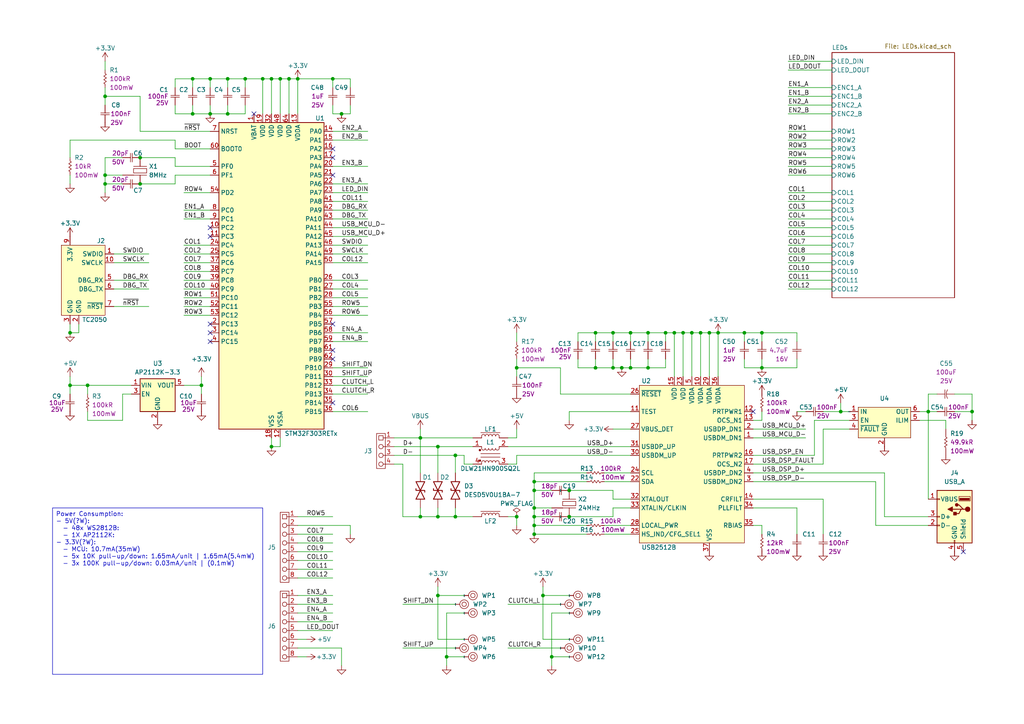
<source format=kicad_sch>
(kicad_sch (version 20230121) (generator eeschema)
  (paper "A4")
  (junction (at 127 149.86))
  (junction (at 154.94 149.86))
  (junction (at 78.74 22.86))
  (junction (at 154.94 139.7))
  (junction (at 66.04 22.86))
  (junction (at 149.86 106.68))
  (junction (at 40.64 53.34))
  (junction (at 127 129.54))
  (junction (at 195.58 96.52))
  (junction (at 220.98 106.68))
  (junction (at 78.74 129.54))
  (junction (at 20.32 111.76))
  (junction (at 187.96 106.68))
  (junction (at 129.54 190.5))
  (junction (at 30.48 27.94))
  (junction (at 66.04 33.02))
  (junction (at 157.48 172.72))
  (junction (at 40.64 45.72))
  (junction (at 182.88 96.52))
  (junction (at 60.96 33.02))
  (junction (at 281.94 119.38))
  (junction (at 154.94 142.24))
  (junction (at 96.52 22.86))
  (junction (at 83.82 22.86))
  (junction (at 86.36 22.86))
  (junction (at 154.94 152.4))
  (junction (at 193.04 96.52))
  (junction (at 20.32 96.52))
  (junction (at 215.9 96.52))
  (junction (at 177.8 106.68))
  (junction (at 76.2 22.86))
  (junction (at 58.42 111.76))
  (junction (at 132.08 132.08))
  (junction (at 55.88 22.86))
  (junction (at 220.98 96.52))
  (junction (at 121.92 149.86))
  (junction (at 71.12 22.86))
  (junction (at 121.92 127))
  (junction (at 55.88 33.02))
  (junction (at 160.02 190.5))
  (junction (at 81.28 22.86))
  (junction (at 198.12 96.52))
  (junction (at 203.2 96.52))
  (junction (at 99.06 33.02))
  (junction (at 200.66 96.52))
  (junction (at 154.94 154.94))
  (junction (at 30.48 50.8))
  (junction (at 60.96 22.86))
  (junction (at 25.4 111.76))
  (junction (at 172.72 106.68))
  (junction (at 205.74 96.52))
  (junction (at 182.88 106.68))
  (junction (at 132.08 149.86))
  (junction (at 187.96 96.52))
  (junction (at 154.94 147.32))
  (junction (at 243.84 119.38))
  (junction (at 127 172.72))
  (junction (at 208.28 96.52))
  (junction (at 30.48 53.34))
  (junction (at 177.8 96.52))
  (junction (at 172.72 96.52))
  (junction (at 165.1 142.24))
  (junction (at 269.24 119.38))
  (junction (at 149.86 149.86))
  (junction (at 180.34 106.68))
  (junction (at 165.1 149.86))
  (no_connect (at 96.52 116.84))
  (no_connect (at 96.52 43.18))
  (no_connect (at 96.52 104.14))
  (no_connect (at 279.4 160.02))
  (no_connect (at 96.52 93.98))
  (no_connect (at 60.96 66.04))
  (no_connect (at 60.96 99.06))
  (no_connect (at 96.52 50.8))
  (no_connect (at 218.44 119.38))
  (no_connect (at 60.96 93.98))
  (no_connect (at 60.96 96.52))
  (no_connect (at 73.66 33.02))
  (no_connect (at 60.96 68.58))
  (no_connect (at 96.52 101.6))
  (no_connect (at 96.52 45.72))
  (wire (pts (xy 38.1 111.76) (xy 25.4 111.76)))
  (wire (pts (xy 134.62 134.62) (xy 134.62 132.08)))
  (wire (pts (xy 96.52 88.9) (xy 106.68 88.9)))
  (wire (pts (xy 121.92 127) (xy 137.16 127)))
  (wire (pts (xy 218.44 134.62) (xy 238.76 134.62)))
  (wire (pts (xy 205.74 96.52) (xy 203.2 96.52)))
  (wire (pts (xy 53.34 83.82) (xy 60.96 83.82)))
  (wire (pts (xy 53.34 73.66) (xy 60.96 73.66)))
  (wire (pts (xy 208.28 96.52) (xy 205.74 96.52)))
  (wire (pts (xy 228.6 78.74) (xy 241.3 78.74)))
  (wire (pts (xy 147.32 134.62) (xy 149.86 134.62)))
  (wire (pts (xy 60.96 43.18) (xy 50.8 43.18)))
  (wire (pts (xy 149.86 127) (xy 149.86 124.46)))
  (wire (pts (xy 218.44 121.92) (xy 220.98 121.92)))
  (wire (pts (xy 96.52 40.64) (xy 106.68 40.64)))
  (wire (pts (xy 215.9 104.14) (xy 215.9 106.68)))
  (wire (pts (xy 30.48 55.88) (xy 30.48 53.34)))
  (wire (pts (xy 121.92 124.46) (xy 121.92 127)))
  (wire (pts (xy 86.36 177.8) (xy 96.52 177.8)))
  (wire (pts (xy 114.3 127) (xy 121.92 127)))
  (wire (pts (xy 96.52 66.04) (xy 106.68 66.04)))
  (wire (pts (xy 154.94 147.32) (xy 160.02 147.32)))
  (wire (pts (xy 165.1 142.24) (xy 177.8 142.24)))
  (wire (pts (xy 86.36 162.56) (xy 96.52 162.56)))
  (wire (pts (xy 60.96 48.26) (xy 50.8 48.26)))
  (wire (pts (xy 101.6 33.02) (xy 101.6 30.48)))
  (wire (pts (xy 243.84 119.38) (xy 243.84 116.84)))
  (wire (pts (xy 86.36 167.64) (xy 96.52 167.64)))
  (wire (pts (xy 86.36 22.86) (xy 83.82 22.86)))
  (wire (pts (xy 177.8 96.52) (xy 172.72 96.52)))
  (wire (pts (xy 134.62 185.42) (xy 127 185.42)))
  (wire (pts (xy 182.88 114.3) (xy 162.56 114.3)))
  (wire (pts (xy 167.64 106.68) (xy 172.72 106.68)))
  (wire (pts (xy 157.48 170.18) (xy 157.48 172.72)))
  (wire (pts (xy 86.36 175.26) (xy 96.52 175.26)))
  (wire (pts (xy 132.08 149.86) (xy 137.16 149.86)))
  (wire (pts (xy 96.52 81.28) (xy 106.68 81.28)))
  (wire (pts (xy 129.54 190.5) (xy 134.62 190.5)))
  (wire (pts (xy 116.84 149.86) (xy 121.92 149.86)))
  (wire (pts (xy 198.12 96.52) (xy 195.58 96.52)))
  (wire (pts (xy 96.52 119.38) (xy 106.68 119.38)))
  (wire (pts (xy 281.94 114.3) (xy 281.94 119.38)))
  (wire (pts (xy 53.34 71.12) (xy 60.96 71.12)))
  (wire (pts (xy 187.96 96.52) (xy 182.88 96.52)))
  (wire (pts (xy 220.98 121.92) (xy 220.98 119.38)))
  (wire (pts (xy 160.02 190.5) (xy 160.02 193.04)))
  (wire (pts (xy 96.52 91.44) (xy 106.68 91.44)))
  (wire (pts (xy 218.44 132.08) (xy 236.22 132.08)))
  (wire (pts (xy 187.96 106.68) (xy 193.04 106.68)))
  (wire (pts (xy 228.6 58.42) (xy 241.3 58.42)))
  (wire (pts (xy 121.92 147.32) (xy 121.92 149.86)))
  (wire (pts (xy 269.24 152.4) (xy 254 152.4)))
  (wire (pts (xy 53.34 60.96) (xy 60.96 60.96)))
  (wire (pts (xy 96.52 86.36) (xy 106.68 86.36)))
  (wire (pts (xy 86.36 187.96) (xy 99.06 187.96)))
  (wire (pts (xy 22.86 93.98) (xy 22.86 96.52)))
  (wire (pts (xy 228.6 83.82) (xy 241.3 83.82)))
  (wire (pts (xy 170.18 139.7) (xy 154.94 139.7)))
  (wire (pts (xy 137.16 134.62) (xy 134.62 134.62)))
  (wire (pts (xy 71.12 30.48) (xy 71.12 33.02)))
  (wire (pts (xy 147.32 187.96) (xy 162.56 187.96)))
  (wire (pts (xy 86.36 190.5) (xy 88.9 190.5)))
  (wire (pts (xy 55.88 22.86) (xy 55.88 25.4)))
  (wire (pts (xy 86.36 185.42) (xy 88.9 185.42)))
  (wire (pts (xy 96.52 38.1) (xy 106.68 38.1)))
  (wire (pts (xy 231.14 147.32) (xy 218.44 147.32)))
  (wire (pts (xy 30.48 17.78) (xy 30.48 20.32)))
  (wire (pts (xy 228.6 25.4) (xy 241.3 25.4)))
  (wire (pts (xy 157.48 172.72) (xy 165.1 172.72)))
  (wire (pts (xy 215.9 96.52) (xy 208.28 96.52)))
  (wire (pts (xy 147.32 175.26) (xy 162.56 175.26)))
  (wire (pts (xy 238.76 119.38) (xy 243.84 119.38)))
  (wire (pts (xy 60.96 33.02) (xy 66.04 33.02)))
  (wire (pts (xy 33.02 88.9) (xy 43.18 88.9)))
  (wire (pts (xy 228.6 43.18) (xy 241.3 43.18)))
  (wire (pts (xy 165.1 121.92) (xy 165.1 119.38)))
  (wire (pts (xy 154.94 149.86) (xy 154.94 147.32)))
  (wire (pts (xy 220.98 152.4) (xy 220.98 154.94)))
  (wire (pts (xy 96.52 114.3) (xy 106.68 114.3)))
  (wire (pts (xy 20.32 93.98) (xy 20.32 96.52)))
  (wire (pts (xy 160.02 177.8) (xy 160.02 190.5)))
  (wire (pts (xy 175.26 139.7) (xy 182.88 139.7)))
  (wire (pts (xy 254 152.4) (xy 254 139.7)))
  (wire (pts (xy 149.86 149.86) (xy 149.86 152.4)))
  (wire (pts (xy 81.28 127) (xy 81.28 129.54)))
  (wire (pts (xy 96.52 53.34) (xy 106.68 53.34)))
  (wire (pts (xy 236.22 132.08) (xy 236.22 121.92)))
  (wire (pts (xy 157.48 172.72) (xy 157.48 185.42)))
  (wire (pts (xy 228.6 63.5) (xy 241.3 63.5)))
  (wire (pts (xy 127 147.32) (xy 127 149.86)))
  (wire (pts (xy 274.32 121.92) (xy 266.7 121.92)))
  (wire (pts (xy 55.88 22.86) (xy 50.8 22.86)))
  (wire (pts (xy 154.94 149.86) (xy 160.02 149.86)))
  (wire (pts (xy 175.26 154.94) (xy 182.88 154.94)))
  (wire (pts (xy 86.36 154.94) (xy 96.52 154.94)))
  (wire (pts (xy 147.32 127) (xy 149.86 127)))
  (wire (pts (xy 30.48 45.72) (xy 35.56 45.72)))
  (wire (pts (xy 228.6 33.02) (xy 241.3 33.02)))
  (wire (pts (xy 218.44 137.16) (xy 256.54 137.16)))
  (wire (pts (xy 228.6 71.12) (xy 241.3 71.12)))
  (wire (pts (xy 256.54 149.86) (xy 269.24 149.86)))
  (wire (pts (xy 22.86 96.52) (xy 20.32 96.52)))
  (wire (pts (xy 129.54 190.5) (xy 129.54 193.04)))
  (wire (pts (xy 86.36 157.48) (xy 96.52 157.48)))
  (wire (pts (xy 238.76 134.62) (xy 238.76 124.46)))
  (wire (pts (xy 177.8 147.32) (xy 177.8 149.86)))
  (wire (pts (xy 215.9 106.68) (xy 220.98 106.68)))
  (wire (pts (xy 20.32 109.22) (xy 20.32 111.76)))
  (wire (pts (xy 66.04 30.48) (xy 66.04 33.02)))
  (wire (pts (xy 78.74 129.54) (xy 81.28 129.54)))
  (wire (pts (xy 121.92 149.86) (xy 127 149.86)))
  (wire (pts (xy 76.2 22.86) (xy 76.2 33.02)))
  (wire (pts (xy 162.56 114.3) (xy 162.56 106.68)))
  (wire (pts (xy 127 172.72) (xy 127 185.42)))
  (wire (pts (xy 238.76 124.46) (xy 246.38 124.46)))
  (wire (pts (xy 228.6 45.72) (xy 241.3 45.72)))
  (wire (pts (xy 66.04 22.86) (xy 60.96 22.86)))
  (wire (pts (xy 149.86 106.68) (xy 149.86 109.22)))
  (wire (pts (xy 60.96 22.86) (xy 55.88 22.86)))
  (wire (pts (xy 96.52 33.02) (xy 99.06 33.02)))
  (wire (pts (xy 149.86 104.14) (xy 149.86 106.68)))
  (wire (pts (xy 86.36 172.72) (xy 96.52 172.72)))
  (wire (pts (xy 182.88 144.78) (xy 177.8 144.78)))
  (wire (pts (xy 165.1 149.86) (xy 177.8 149.86)))
  (wire (pts (xy 200.66 96.52) (xy 198.12 96.52)))
  (wire (pts (xy 78.74 127) (xy 78.74 129.54)))
  (wire (pts (xy 53.34 91.44) (xy 60.96 91.44)))
  (wire (pts (xy 157.48 185.42) (xy 165.1 185.42)))
  (wire (pts (xy 203.2 96.52) (xy 203.2 109.22)))
  (wire (pts (xy 154.94 147.32) (xy 154.94 142.24)))
  (wire (pts (xy 96.52 71.12) (xy 106.68 71.12)))
  (wire (pts (xy 53.34 111.76) (xy 58.42 111.76)))
  (wire (pts (xy 177.8 104.14) (xy 177.8 106.68)))
  (wire (pts (xy 228.6 27.94) (xy 241.3 27.94)))
  (wire (pts (xy 96.52 63.5) (xy 106.68 63.5)))
  (wire (pts (xy 66.04 22.86) (xy 66.04 25.4)))
  (wire (pts (xy 218.44 139.7) (xy 254 139.7)))
  (wire (pts (xy 228.6 76.2) (xy 241.3 76.2)))
  (wire (pts (xy 81.28 22.86) (xy 78.74 22.86)))
  (wire (pts (xy 228.6 38.1) (xy 241.3 38.1)))
  (wire (pts (xy 96.52 99.06) (xy 106.68 99.06)))
  (wire (pts (xy 243.84 119.38) (xy 246.38 119.38)))
  (wire (pts (xy 236.22 121.92) (xy 246.38 121.92)))
  (wire (pts (xy 78.74 22.86) (xy 76.2 22.86)))
  (wire (pts (xy 86.36 180.34) (xy 96.52 180.34)))
  (wire (pts (xy 30.48 53.34) (xy 35.56 53.34)))
  (wire (pts (xy 167.64 96.52) (xy 167.64 99.06)))
  (wire (pts (xy 33.02 81.28) (xy 43.18 81.28)))
  (wire (pts (xy 154.94 152.4) (xy 154.94 149.86)))
  (wire (pts (xy 172.72 104.14) (xy 172.72 106.68)))
  (wire (pts (xy 228.6 50.8) (xy 241.3 50.8)))
  (wire (pts (xy 160.02 190.5) (xy 165.1 190.5)))
  (wire (pts (xy 99.06 187.96) (xy 99.06 193.04)))
  (wire (pts (xy 154.94 142.24) (xy 160.02 142.24)))
  (wire (pts (xy 231.14 119.38) (xy 233.68 119.38)))
  (wire (pts (xy 182.88 96.52) (xy 182.88 99.06)))
  (wire (pts (xy 220.98 106.68) (xy 220.98 104.14)))
  (wire (pts (xy 60.96 50.8) (xy 50.8 50.8)))
  (wire (pts (xy 269.24 119.38) (xy 271.78 119.38)))
  (wire (pts (xy 127 129.54) (xy 127 137.16)))
  (wire (pts (xy 35.56 121.92) (xy 25.4 121.92)))
  (wire (pts (xy 35.56 114.3) (xy 35.56 121.92)))
  (wire (pts (xy 274.32 121.92) (xy 274.32 124.46)))
  (wire (pts (xy 101.6 154.94) (xy 101.6 152.4)))
  (wire (pts (xy 53.34 63.5) (xy 60.96 63.5)))
  (wire (pts (xy 101.6 25.4) (xy 101.6 22.86)))
  (wire (pts (xy 114.3 129.54) (xy 127 129.54)))
  (wire (pts (xy 30.48 50.8) (xy 30.48 45.72)))
  (wire (pts (xy 25.4 111.76) (xy 25.4 114.3)))
  (wire (pts (xy 182.88 106.68) (xy 187.96 106.68)))
  (wire (pts (xy 149.86 132.08) (xy 182.88 132.08)))
  (wire (pts (xy 96.52 83.82) (xy 106.68 83.82)))
  (wire (pts (xy 96.52 73.66) (xy 106.68 73.66)))
  (wire (pts (xy 50.8 40.64) (xy 20.32 40.64)))
  (wire (pts (xy 182.88 147.32) (xy 177.8 147.32)))
  (wire (pts (xy 33.02 73.66) (xy 43.18 73.66)))
  (wire (pts (xy 96.52 96.52) (xy 106.68 96.52)))
  (wire (pts (xy 281.94 119.38) (xy 276.86 119.38)))
  (wire (pts (xy 193.04 104.14) (xy 193.04 106.68)))
  (wire (pts (xy 71.12 22.86) (xy 71.12 25.4)))
  (wire (pts (xy 81.28 22.86) (xy 81.28 33.02)))
  (wire (pts (xy 205.74 96.52) (xy 205.74 109.22)))
  (wire (pts (xy 60.96 30.48) (xy 60.96 33.02)))
  (wire (pts (xy 96.52 76.2) (xy 106.68 76.2)))
  (wire (pts (xy 132.08 132.08) (xy 132.08 137.16)))
  (wire (pts (xy 121.92 127) (xy 121.92 137.16)))
  (wire (pts (xy 96.52 25.4) (xy 96.52 22.86)))
  (wire (pts (xy 127 149.86) (xy 132.08 149.86)))
  (wire (pts (xy 76.2 22.86) (xy 71.12 22.86)))
  (wire (pts (xy 154.94 139.7) (xy 154.94 142.24)))
  (wire (pts (xy 127 129.54) (xy 137.16 129.54)))
  (wire (pts (xy 53.34 88.9) (xy 60.96 88.9)))
  (wire (pts (xy 276.86 114.3) (xy 281.94 114.3)))
  (wire (pts (xy 96.52 106.68) (xy 106.68 106.68)))
  (wire (pts (xy 50.8 22.86) (xy 50.8 25.4)))
  (wire (pts (xy 177.8 124.46) (xy 182.88 124.46)))
  (wire (pts (xy 228.6 60.96) (xy 241.3 60.96)))
  (wire (pts (xy 220.98 99.06) (xy 220.98 96.52)))
  (wire (pts (xy 30.48 25.4) (xy 30.48 27.94)))
  (wire (pts (xy 53.34 86.36) (xy 60.96 86.36)))
  (wire (pts (xy 96.52 109.22) (xy 106.68 109.22)))
  (wire (pts (xy 99.06 33.02) (xy 101.6 33.02)))
  (wire (pts (xy 195.58 96.52) (xy 193.04 96.52)))
  (wire (pts (xy 86.36 33.02) (xy 86.36 22.86)))
  (wire (pts (xy 187.96 104.14) (xy 187.96 106.68)))
  (wire (pts (xy 40.64 27.94) (xy 30.48 27.94)))
  (wire (pts (xy 116.84 175.26) (xy 132.08 175.26)))
  (wire (pts (xy 30.48 27.94) (xy 30.48 30.48)))
  (wire (pts (xy 30.48 50.8) (xy 35.56 50.8)))
  (wire (pts (xy 83.82 22.86) (xy 83.82 33.02)))
  (wire (pts (xy 172.72 96.52) (xy 172.72 99.06)))
  (wire (pts (xy 20.32 50.8) (xy 20.32 53.34)))
  (wire (pts (xy 53.34 81.28) (xy 60.96 81.28)))
  (wire (pts (xy 96.52 68.58) (xy 106.68 68.58)))
  (wire (pts (xy 175.26 137.16) (xy 182.88 137.16)))
  (wire (pts (xy 40.64 38.1) (xy 40.64 27.94)))
  (wire (pts (xy 195.58 96.52) (xy 195.58 109.22)))
  (wire (pts (xy 60.96 38.1) (xy 40.64 38.1)))
  (wire (pts (xy 182.88 96.52) (xy 177.8 96.52)))
  (wire (pts (xy 38.1 114.3) (xy 35.56 114.3)))
  (wire (pts (xy 60.96 22.86) (xy 60.96 25.4)))
  (wire (pts (xy 231.14 106.68) (xy 220.98 106.68)))
  (wire (pts (xy 40.64 53.34) (xy 50.8 53.34)))
  (wire (pts (xy 53.34 76.2) (xy 60.96 76.2)))
  (wire (pts (xy 167.64 104.14) (xy 167.64 106.68)))
  (wire (pts (xy 50.8 48.26) (xy 50.8 45.72)))
  (wire (pts (xy 231.14 96.52) (xy 220.98 96.52)))
  (wire (pts (xy 215.9 96.52) (xy 215.9 99.06)))
  (wire (pts (xy 58.42 111.76) (xy 58.42 114.3)))
  (wire (pts (xy 198.12 96.52) (xy 198.12 109.22)))
  (wire (pts (xy 33.02 83.82) (xy 43.18 83.82)))
  (wire (pts (xy 154.94 152.4) (xy 170.18 152.4)))
  (wire (pts (xy 208.28 109.22) (xy 208.28 96.52)))
  (wire (pts (xy 228.6 40.64) (xy 241.3 40.64)))
  (wire (pts (xy 101.6 22.86) (xy 96.52 22.86)))
  (wire (pts (xy 165.1 177.8) (xy 160.02 177.8)))
  (wire (pts (xy 154.94 154.94) (xy 154.94 152.4)))
  (wire (pts (xy 116.84 134.62) (xy 116.84 149.86)))
  (wire (pts (xy 96.52 30.48) (xy 96.52 33.02)))
  (wire (pts (xy 193.04 96.52) (xy 187.96 96.52)))
  (wire (pts (xy 96.52 48.26) (xy 106.68 48.26)))
  (wire (pts (xy 228.6 55.88) (xy 241.3 55.88)))
  (wire (pts (xy 149.86 134.62) (xy 149.86 132.08)))
  (wire (pts (xy 165.1 119.38) (xy 182.88 119.38)))
  (wire (pts (xy 30.48 53.34) (xy 30.48 50.8)))
  (wire (pts (xy 40.64 45.72) (xy 50.8 45.72)))
  (wire (pts (xy 58.42 109.22) (xy 58.42 111.76)))
  (wire (pts (xy 228.6 68.58) (xy 241.3 68.58)))
  (wire (pts (xy 147.32 149.86) (xy 149.86 149.86)))
  (wire (pts (xy 33.02 76.2) (xy 43.18 76.2)))
  (wire (pts (xy 200.66 96.52) (xy 200.66 109.22)))
  (wire (pts (xy 25.4 121.92) (xy 25.4 119.38)))
  (wire (pts (xy 228.6 17.78) (xy 241.3 17.78)))
  (wire (pts (xy 220.98 96.52) (xy 215.9 96.52)))
  (wire (pts (xy 86.36 165.1) (xy 96.52 165.1)))
  (wire (pts (xy 256.54 137.16) (xy 256.54 149.86)))
  (wire (pts (xy 218.44 127) (xy 233.68 127)))
  (wire (pts (xy 271.78 114.3) (xy 269.24 114.3)))
  (wire (pts (xy 228.6 81.28) (xy 241.3 81.28)))
  (wire (pts (xy 180.34 106.68) (xy 182.88 106.68)))
  (wire (pts (xy 187.96 96.52) (xy 187.96 99.06)))
  (wire (pts (xy 66.04 33.02) (xy 71.12 33.02)))
  (wire (pts (xy 78.74 22.86) (xy 78.74 33.02)))
  (wire (pts (xy 114.3 134.62) (xy 116.84 134.62)))
  (wire (pts (xy 228.6 73.66) (xy 241.3 73.66)))
  (wire (pts (xy 177.8 96.52) (xy 177.8 99.06)))
  (wire (pts (xy 177.8 144.78) (xy 177.8 142.24)))
  (wire (pts (xy 134.62 177.8) (xy 129.54 177.8)))
  (wire (pts (xy 132.08 132.08) (xy 134.62 132.08)))
  (wire (pts (xy 127 172.72) (xy 134.62 172.72)))
  (wire (pts (xy 50.8 50.8) (xy 50.8 53.34)))
  (wire (pts (xy 86.36 182.88) (xy 96.52 182.88)))
  (wire (pts (xy 116.84 187.96) (xy 132.08 187.96)))
  (wire (pts (xy 228.6 48.26) (xy 241.3 48.26)))
  (wire (pts (xy 172.72 106.68) (xy 177.8 106.68)))
  (wire (pts (xy 127 170.18) (xy 127 172.72)))
  (wire (pts (xy 71.12 22.86) (xy 66.04 22.86)))
  (wire (pts (xy 154.94 154.94) (xy 170.18 154.94)))
  (wire (pts (xy 149.86 106.68) (xy 162.56 106.68)))
  (wire (pts (xy 96.52 111.76) (xy 106.68 111.76)))
  (wire (pts (xy 193.04 96.52) (xy 193.04 99.06)))
  (wire (pts (xy 218.44 124.46) (xy 233.68 124.46)))
  (wire (pts (xy 129.54 177.8) (xy 129.54 190.5)))
  (wire (pts (xy 147.32 129.54) (xy 182.88 129.54)))
  (wire (pts (xy 170.18 137.16) (xy 154.94 137.16)))
  (wire (pts (xy 55.88 33.02) (xy 60.96 33.02)))
  (wire (pts (xy 96.52 60.96) (xy 106.68 60.96)))
  (wire (pts (xy 53.34 78.74) (xy 60.96 78.74)))
  (wire (pts (xy 50.8 30.48) (xy 50.8 33.02)))
  (wire (pts (xy 86.36 149.86) (xy 96.52 149.86)))
  (wire (pts (xy 53.34 55.88) (xy 60.96 55.88)))
  (wire (pts (xy 231.14 104.14) (xy 231.14 106.68)))
  (wire (pts (xy 231.14 99.06) (xy 231.14 96.52)))
  (wire (pts (xy 96.52 22.86) (xy 86.36 22.86)))
  (wire (pts (xy 218.44 152.4) (xy 220.98 152.4)))
  (wire (pts (xy 96.52 58.42) (xy 106.68 58.42)))
  (wire (pts (xy 50.8 33.02) (xy 55.88 33.02)))
  (wire (pts (xy 20.32 40.64) (xy 20.32 45.72)))
  (wire (pts (xy 182.88 104.14) (xy 182.88 106.68)))
  (wire (pts (xy 228.6 20.32) (xy 241.3 20.32)))
  (wire (pts (xy 132.08 147.32) (xy 132.08 149.86)))
  (wire (pts (xy 50.8 43.18) (xy 50.8 40.64)))
  (wire (pts (xy 86.36 160.02) (xy 96.52 160.02)))
  (wire (pts (xy 266.7 119.38) (xy 269.24 119.38)))
  (wire (pts (xy 269.24 119.38) (xy 269.24 144.78)))
  (wire (pts (xy 114.3 132.08) (xy 132.08 132.08)))
  (wire (pts (xy 228.6 30.48) (xy 241.3 30.48)))
  (wire (pts (xy 172.72 96.52) (xy 167.64 96.52)))
  (wire (pts (xy 231.14 154.94) (xy 231.14 147.32)))
  (wire (pts (xy 175.26 152.4) (xy 182.88 152.4)))
  (wire (pts (xy 177.8 106.68) (xy 180.34 106.68)))
  (wire (pts (xy 83.82 22.86) (xy 81.28 22.86)))
  (wire (pts (xy 86.36 152.4) (xy 101.6 152.4)))
  (wire (pts (xy 228.6 66.04) (xy 241.3 66.04)))
  (wire (pts (xy 218.44 144.78) (xy 238.76 144.78)))
  (wire (pts (xy 154.94 137.16) (xy 154.94 139.7)))
  (wire (pts (xy 20.32 114.3) (xy 20.32 111.76)))
  (wire (pts (xy 203.2 96.52) (xy 200.66 96.52)))
  (wire (pts (xy 238.76 144.78) (xy 238.76 154.94)))
  (wire (pts (xy 20.32 111.76) (xy 25.4 111.76)))
  (wire (pts (xy 55.88 30.48) (xy 55.88 33.02)))
  (wire (pts (xy 269.24 114.3) (xy 269.24 119.38)))
  (wire (pts (xy 281.94 121.92) (xy 281.94 119.38)))
  (wire (pts (xy 96.52 55.88) (xy 106.68 55.88)))
  (wire (pts (xy 149.86 96.52) (xy 149.86 99.06)))
  (text_box "Power Consumption:\n- 5V(?W):\n  - 48x WS2812B:\n  - 1X AP2112K:\n- 3.3V(?W):\n  - MCU: 10.7mA(35mW)\n  - 5x 10K pull-up/down: 1.65mA/unit | 1.65mA(5.4mW)\n  - 3x 100K pull-up/down: 0.03mA/unit | (0.1mW)" (at 15.24 147.32 0) (size 60.96 48.26) (effects (font (size 1.27 1.27)) (justify left top)))
  (label "ROW4" (at 53.34 55.88 0))
  (label "EN4_B" (at 99.06 99.06 0))
  (label "EN1_B" (at 53.34 63.5 0))
  (label "COL8" (at 53.34 78.74 0))
  (label "COL6" (at 99.06 119.38 0))
  (label "COL8" (at 228.6 73.66 0))
  (label "EN3_A" (at 99.06 53.34 0))
  (label "D-" (at 116.84 132.08 0))
  (label "SHIFT_DN" (at 116.84 175.26 0))
  (label "EN2_A" (at 99.06 38.1 0))
  (label "SWCLK" (at 99.06 73.66 0))
  (label "LED_DOUT" (at 88.9 182.88 0))
  (label "CLUTCH_R" (at 147.32 187.96 0))
  (label "BOOT" (at 53.34 43.18 0))
  (label "COL1" (at 53.34 71.12 0))
  (label "DBG_TX" (at 99.06 63.5 0))
  (label "EN3_A" (at 88.9 172.72 0))
  (label "COL4" (at 99.06 83.82 0))
  (label "~{nRST}" (at 35.56 88.9 0))
  (label "COL3" (at 228.6 60.96 0))
  (label "USB_DSP_EN" (at 220.98 132.08 0))
  (label "DBG_RX" (at 99.06 60.96 0))
  (label "LED_DIN" (at 228.6 17.78 0))
  (label "SWCLK" (at 35.56 76.2 0))
  (label "EN2_B" (at 99.06 40.64 0))
  (label "COL11" (at 99.06 58.42 0))
  (label "EN4_A" (at 99.06 96.52 0))
  (label "COL3" (at 99.06 81.28 0))
  (label "EN1_A" (at 53.34 60.96 0))
  (label "ROW5" (at 99.06 88.9 0))
  (label "USB_MCU_D-" (at 220.98 127 0))
  (label "ROW5" (at 88.9 149.86 0))
  (label "ROW1" (at 53.34 86.36 0))
  (label "EN3_B" (at 99.06 48.26 0))
  (label "COL11" (at 228.6 81.28 0))
  (label "USB_MCU_D+" (at 220.98 124.46 0))
  (label "USB_DSP_FAULT" (at 220.98 134.62 0))
  (label "ROW5" (at 228.6 48.26 0))
  (label "COL2" (at 228.6 58.42 0))
  (label "COL8" (at 88.9 157.48 0))
  (label "COL5" (at 99.06 86.36 0))
  (label "EN1_B" (at 228.6 27.94 0))
  (label "ROW2" (at 228.6 40.64 0))
  (label "LED_DIN" (at 99.06 55.88 0))
  (label "USB_MCU_D+" (at 99.06 68.58 0))
  (label "ROW2" (at 53.34 88.9 0))
  (label "COL5" (at 228.6 66.04 0))
  (label "ROW3" (at 53.34 91.44 0))
  (label "LED_DOUT" (at 228.6 20.32 0))
  (label "SHIFT_UP" (at 116.84 187.96 0))
  (label "EN2_A" (at 228.6 30.48 0))
  (label "~{nRST}" (at 53.34 38.1 0))
  (label "ROW4" (at 228.6 45.72 0))
  (label "USB_D-" (at 170.18 132.08 0))
  (label "COL9" (at 53.34 81.28 0))
  (label "COL9" (at 88.9 160.02 0))
  (label "ROW6" (at 228.6 50.8 0))
  (label "COL11" (at 88.9 165.1 0))
  (label "COL12" (at 88.9 167.64 0))
  (label "EN3_B" (at 88.9 175.26 0))
  (label "SHIFT_DN" (at 99.06 106.68 0))
  (label "EN4_A" (at 88.9 177.8 0))
  (label "CLUTCH_R" (at 99.06 114.3 0))
  (label "USB_MCU_D-" (at 99.06 66.04 0))
  (label "COL12" (at 99.06 76.2 0))
  (label "EN1_A" (at 228.6 25.4 0))
  (label "SHIFT_UP" (at 99.06 109.22 0))
  (label "COL2" (at 53.34 73.66 0))
  (label "CLUTCH_L" (at 147.32 175.26 0))
  (label "COL4" (at 228.6 63.5 0))
  (label "COL7" (at 88.9 154.94 0))
  (label "COL6" (at 228.6 68.58 0))
  (label "COL12" (at 228.6 83.82 0))
  (label "DBG_RX" (at 35.56 81.28 0))
  (label "SWDIO" (at 99.06 71.12 0))
  (label "COL10" (at 88.9 162.56 0))
  (label "USB_DSP_D+" (at 220.98 137.16 0))
  (label "EN4_B" (at 88.9 180.34 0))
  (label "SWDIO" (at 35.56 73.66 0))
  (label "DBG_TX" (at 35.56 83.82 0))
  (label "COL9" (at 228.6 76.2 0))
  (label "USB_D+" (at 170.18 129.54 0))
  (label "ROW6" (at 99.06 91.44 0))
  (label "EN2_B" (at 228.6 33.02 0))
  (label "ROW3" (at 228.6 43.18 0))
  (label "COL1" (at 228.6 55.88 0))
  (label "CLUTCH_L" (at 99.06 111.76 0))
  (label "COL7" (at 228.6 71.12 0))
  (label "COL10" (at 228.6 78.74 0))
  (label "COL7" (at 53.34 76.2 0))
  (label "COL10" (at 53.34 83.82 0))
  (label "D+" (at 116.84 129.54 0))
  (label "ROW1" (at 228.6 38.1 0))
  (label "USB_DSP_D-" (at 220.98 139.7 0))
  (symbol (lib_id "POWER:LOGIC_GND") (at 58.42 119.38 0) (unit 1)
    (property "Reference" "#PWR020" (effects hide))
    (property "Value" "LOGIC_GND" (effects hide))
  )
  (symbol (lib_id "POWER:LOGIC_GND") (at 274.32 132.08 0) (unit 1)
    (property "Reference" "#PWR0115" (effects hide))
    (property "Value" "LOGIC_GND" (effects hide))
  )
  (symbol (lib_id "WIRE-POINT:WP_24AWG") (at 165.1 172.72 270) (unit 1)
    (property "Reference" "WP8" (at 170.18 172.72 90) (effects (justify left)))
    (property "Value" "~" (at 165.1 172.72 0))
    (property "Footprint" "WIRE-POINT:WP 24AWG" (effects hide))
    (property "Sim.Enable" "0" (effects hide))
  )
  (symbol (lib_id "CAP-SMD-25V:100uF-ELEC-50V-RAD6.3Dx6H") (at 274.32 114.3 90) (unit 1)
    (property "Reference" "C55" (at 274.447 105.41 90))
    (property "Value" "${SIM.PARAMS}" (effects hide))
    (property "Footprint" "Capacitor_SMD:CP_Elec_6.3x5.9" (effects hide))
    (property "Capacitance" "100uF" (at 274.447 107.95 90))
    (property "Voltage" "25V" (at 274.447 110.49 90))
    (property "Sim.Device" "C" (effects hide))
    (property "Sim.Type" "=" (effects hide))
    (property "Sim.Params" "c=100u" (effects hide))
    (property "Sim.Pins" "1=+ 2=-" (effects hide))
  )
  (symbol (lib_id "POWER:LOGIC_GND") (at 20.32 53.34 0) (unit 1)
    (property "Reference" "#PWR028" (effects hide))
    (property "Value" "LOGIC_GND" (effects hide))
  )
  (symbol (lib_id "Regulator_Linear:AP2112K-3.3") (at 45.72 114.3 0) (unit 1)
    (property "Reference" "U3" (at 45.72 105.41 0))
    (property "Value" "AP2112K-3.3" (at 45.72 107.95 0))
    (property "Footprint" "Package_TO_SOT_SMD:SOT-23-5" (effects hide))
    (property "Datasheet" "https://www.diodes.com/assets/Datasheets/AP2112.pdf" (effects hide))
  )
  (symbol (lib_id "DIODE-SMD-TVS:DESD5V0U1BA-7") (at 127 142.24 90) (unit 1)
    (property "Reference" "D2" (at 127.635 138.43 90) (effects (justify right)))
    (property "Value" "DESD5V0U1BA-7" (effects hide))
    (property "Footprint" "Diode_SMD:D_SOD-323" (effects hide))
    (property "Datasheet" "https://www.diodes.com/assets/Datasheets/DESD5V0U1BA.pdf" (effects hide))
    (property "Sim.Enable" "0" (effects hide))
  )
  (symbol (lib_id "WIRE-POINT:WP_24AWG") (at 132.08 187.96 270) (unit 1)
    (property "Reference" "WP4" (at 137.16 187.96 90) (effects (justify left)))
    (property "Value" "~" (at 132.08 187.96 0))
    (property "Footprint" "WIRE-POINT:WP 24AWG" (effects hide))
    (property "Sim.Enable" "0" (effects hide))
  )
  (symbol (lib_id "CAP-SMD-25V:1uF-CER-25V-0805") (at 215.9 101.6 0) (unit 1)
    (property "Reference" "C50" (at 213.36 99.06 0) (effects (justify right)))
    (property "Value" "${SIM.PARAMS}" (effects hide))
    (property "Footprint" "Capacitor_SMD:C_0805_2012Metric" (effects hide))
    (property "Capacitance" "1uF" (at 213.36 101.6 0) (effects (justify right)))
    (property "Voltage" "25V" (at 213.36 104.14 0) (effects (justify right)))
    (property "Tolerance" "10%" (effects hide))
    (property "Sim.Device" "C" (effects hide))
    (property "Sim.Type" "=" (effects hide))
    (property "Sim.Params" "c=1u" (effects hide))
    (property "Sim.Pins" "1=+ 2=-" (effects hide))
  )
  (symbol (lib_id "POWER:LOGIC_GND") (at 154.94 154.94 0) (unit 1)
    (property "Reference" "#PWR012" (effects hide))
    (property "Value" "LOGIC_GND" (effects hide))
  )
  (symbol (lib_id "CAP-SMD-25V:1uF-CER-25V-0805") (at 101.6 27.94 0) (unit 1)
    (property "Reference" "C49" (at 100.965 25.4 0) (effects (justify right)))
    (property "Value" "${SIM.PARAMS}" (effects hide))
    (property "Footprint" "Capacitor_SMD:C_0805_2012Metric" (effects hide))
    (property "Capacitance" "1uF" (effects hide))
    (property "Voltage" "25V" (effects hide))
    (property "Tolerance" "10%" (effects hide))
    (property "Sim.Device" "C" (effects hide))
    (property "Sim.Type" "=" (effects hide))
    (property "Sim.Params" "c=1u" (effects hide))
    (property "Sim.Pins" "1=+ 2=-" (effects hide))
  )
  (symbol (lib_id "POWER:LOGIC_GND") (at 276.86 160.02 0) (unit 1)
    (property "Reference" "#PWR0117" (effects hide))
    (property "Value" "LOGIC_GND" (effects hide))
  )
  (symbol (lib_id "POWER:LOGIC_GND") (at 60.96 33.02 0) (unit 1)
    (property "Reference" "#PWR032" (effects hide))
    (property "Value" "LOGIC_GND" (effects hide))
  )
  (symbol (lib_id "POWER:LOGIC_GND") (at 78.74 129.54 0) (unit 1)
    (property "Reference" "#PWR016" (effects hide))
    (property "Value" "LOGIC_GND" (effects hide))
  )
  (symbol (lib_id "CONN-SMD-HEADER:CONN-THT-1x8-P1.25-R") (at 86.36 172.72 0) (mirror y) (unit 1)
    (property "Reference" "J6" (at 80.01 181.61 0) (effects (justify left)))
    (property "Value" "0532610871" (effects hide))
    (property "Footprint" "CONN-SMD-RECT:0532610871 8POS P1.25" (effects hide))
    (property "Sim.Enable" "0" (effects hide))
  )
  (symbol (lib_id "POWER:+3.3V") (at 127 170.18 0) (unit 1)
    (property "Reference" "#PWR027" (effects hide))
    (property "Value" "+3.3V" (at 127 166.37 0))
  )
  (symbol (lib_id "POWER:+3.3V") (at 177.8 124.46 90) (unit 1)
    (property "Reference" "#PWR024" (effects hide))
    (property "Value" "+3.3V" (at 172.085 124.46 90))
  )
  (symbol (lib_id "CAP-SMD-25V:100nF-CER-25V-0402") (at 167.64 101.6 0) (unit 1)
    (property "Reference" "C13" (at 165.735 99.695 0) (effects (justify right)))
    (property "Value" "100nF-CER-25V-0402" (effects hide))
    (property "Footprint" "Capacitor_SMD:C_0402_1005Metric" (effects hide))
    (property "Capacitance" "100nF" (at 165.735 101.6 0) (effects (justify right)))
    (property "Voltage" "25V" (at 165.735 103.505 0) (effects (justify right)))
    (property "Tolerance" "10%" (effects hide))
    (property "Sim.Device" "C" (effects hide))
    (property "Sim.Type" "=" (effects hide))
    (property "Sim.Params" "c=100n" (effects hide))
    (property "Sim.Pins" "1=+ 2=-" (effects hide))
  )
  (symbol (lib_id "WIRE-POINT:WP_24AWG") (at 134.62 185.42 270) (unit 1)
    (property "Reference" "WP5" (at 139.7 185.42 90) (effects (justify left)))
    (property "Value" "~" (at 134.62 185.42 0))
    (property "Footprint" "WIRE-POINT:WP 24AWG" (effects hide))
    (property "Sim.Enable" "0" (effects hide))
  )
  (symbol (lib_id "RES-SMD-100mW:10kR-SMD-100mW-0603") (at 20.32 45.72 0) (unit 1)
    (property "Reference" "R2" (at 21.59 45.72 0) (effects (justify left)))
    (property "Value" "10kR-SMD-100mW-0603" (effects hide))
    (property "Footprint" "Resistor_SMD:R_0603_1608Metric" (effects hide))
    (property "Resistance" "10kR" (at 21.59 48.26 0) (effects (justify left)))
    (property "Power" "100mW" (at 21.59 50.8 0) (effects (justify left)))
    (property "Sim.Device" "R" (effects hide))
    (property "Sim.Type" "=" (effects hide))
    (property "Sim.Params" "r=10k" (effects hide))
    (property "Sim.Pins" "1=+ 2=-" (effects hide))
  )
  (symbol (lib_id "POWER:+3.3V") (at 88.9 190.5 270) (unit 1)
    (property "Reference" "#PWR0100" (effects hide))
    (property "Value" "+3.3V" (at 94.615 190.5 90))
  )
  (symbol (lib_id "POWER:+5V") (at 243.84 116.84 0) (unit 1)
    (property "Reference" "#PWR0113" (effects hide))
    (property "Value" "+5V" (at 243.84 113.03 0))
  )
  (symbol (lib_id "Connector:USB_A") (at 276.86 149.86 0) (mirror y) (unit 1)
    (property "Reference" "J4" (at 276.86 137.16 0))
    (property "Value" "USB_A" (at 276.86 139.7 0))
    (property "Footprint" "CONN-USB:GSB12121RSKHR" (effects hide))
    (property "Datasheet" " ~" (effects hide))
  )
  (symbol (lib_id "WIRE-POINT:WP_24AWG") (at 132.08 175.26 270) (unit 1)
    (property "Reference" "WP2" (at 137.16 175.26 90) (effects (justify left)))
    (property "Value" "~" (at 132.08 175.26 0))
    (property "Footprint" "WIRE-POINT:WP 24AWG" (effects hide))
    (property "Sim.Enable" "0" (effects hide))
  )
  (symbol (lib_id "CAP-SMD-25V:10uF-CER-25V-0805") (at 20.32 116.84 0) (unit 1)
    (property "Reference" "C9" (at 17.78 114.935 0) (effects (justify right)))
    (property "Value" "10uF-CER-25V-0805" (effects hide))
    (property "Footprint" "Capacitor_SMD:C_0805_2012Metric" (effects hide))
    (property "Capacitance" "10uF" (at 19.05 116.84 0) (effects (justify right)))
    (property "Voltage" "25V" (at 18.415 118.745 0) (effects (justify right)))
    (property "Tolerance" "10%" (effects hide))
    (property "Sim.Device" "C" (effects hide))
    (property "Sim.Type" "=" (effects hide))
    (property "Sim.Params" "c=10u" (effects hide))
    (property "Sim.Pins" "1=+ 2=-" (effects hide))
  )
  (symbol (lib_id "POWER:LOGIC_GND") (at 160.02 193.04 0) (unit 1)
    (property "Reference" "#PWR04" (effects hide))
    (property "Value" "LOGIC_GND" (effects hide))
  )
  (symbol (lib_id "IC-SMD-LOAD-SW:AP22653W6-7") (at 246.38 119.38 0) (unit 1)
    (property "Reference" "U4" (at 256.54 115.57 0))
    (property "Value" "~" (at 246.38 119.38 0))
    (property "Footprint" "SOT-SMD:SOT-23-6" (effects hide))
    (property "Datasheet" "https://www.diodes.com/assets/Datasheets/AP22652_53_52A_53A.pdf" (effects hide))
    (property "Sim.Enable" "0" (effects hide))
  )
  (symbol (lib_id "CAP-SMD-25V:100nF-CER-25V-0402") (at 193.04 101.6 0) (unit 1)
    (property "Reference" "C18" (at 192.405 99.695 0) (effects (justify right)))
    (property "Value" "100nF-CER-25V-0402" (effects hide))
    (property "Footprint" "Capacitor_SMD:C_0402_1005Metric" (effects hide))
    (property "Capacitance" "100nF" (effects hide))
    (property "Voltage" "25V" (effects hide))
    (property "Tolerance" "10%" (effects hide))
    (property "Sim.Device" "C" (effects hide))
    (property "Sim.Type" "=" (effects hide))
    (property "Sim.Params" "c=100n" (effects hide))
    (property "Sim.Pins" "1=+ 2=-" (effects hide))
  )
  (symbol (lib_id "CONN-TAG-CONNECT:TC2050") (at 33.02 73.66 0) (mirror y) (unit 1)
    (property "Reference" "J2" (at 30.48 69.85 0) (effects (justify left)))
    (property "Value" "TC2050" (at 31.115 92.71 0) (effects (justify left)))
    (property "Footprint" "Connector:Tag-Connect_TC2050-IDC-FP_2x05_P1.27mm_Vertical" (effects hide))
    (property "Datasheet" "https://www.tag-connect.com/wp-content/uploads/bsk-pdf-manager/TC2050-IDC_Datasheet_7.pdf" (effects hide))
    (property "Sim.Enable" "0" (effects hide))
  )
  (symbol (lib_id "WIRE-POINT:WP_24AWG") (at 165.1 185.42 270) (unit 1)
    (property "Reference" "WP11" (at 170.18 185.42 90) (effects (justify left)))
    (property "Value" "~" (at 165.1 185.42 0))
    (property "Footprint" "WIRE-POINT:WP 24AWG" (effects hide))
    (property "Sim.Enable" "0" (effects hide))
  )
  (symbol (lib_id "POWER:LOGIC_GND") (at 231.14 119.38 0) (unit 1)
    (property "Reference" "#PWR0114" (effects hide))
    (property "Value" "LOGIC_GND" (effects hide))
  )
  (symbol (lib_id "POWER:LOGIC_GND") (at 281.94 121.92 0) (unit 1)
    (property "Reference" "#PWR0116" (effects hide))
    (property "Value" "LOGIC_GND" (effects hide))
  )
  (symbol (lib_id "POWER:LOGIC_GND") (at 238.76 160.02 0) (unit 1)
    (property "Reference" "#PWR05" (effects hide))
    (property "Value" "LOGIC_GND" (effects hide))
  )
  (symbol (lib_id "CAP-SMD-25V:100nF-CER-25V-0402") (at 50.8 27.94 0) (unit 1)
    (property "Reference" "C1" (at 48.895 26.035 0) (effects (justify right)))
    (property "Value" "100nF-CER-25V-0402" (effects hide))
    (property "Footprint" "Capacitor_SMD:C_0402_1005Metric" (effects hide))
    (property "Capacitance" "100nF" (at 48.895 27.94 0) (effects (justify right)))
    (property "Voltage" "25V" (at 48.895 29.845 0) (effects (justify right)))
    (property "Tolerance" "10%" (effects hide))
    (property "Sim.Device" "C" (effects hide))
    (property "Sim.Type" "=" (effects hide))
    (property "Sim.Params" "c=100n" (effects hide))
    (property "Sim.Pins" "1=+ 2=-" (effects hide))
  )
  (symbol (lib_id "POWER:LOGIC_GND") (at 165.1 121.92 0) (unit 1)
    (property "Reference" "#PWR0110" (effects hide))
    (property "Value" "LOGIC_GND" (effects hide))
  )
  (symbol (lib_id "POWER:+3.3V") (at 86.36 22.86 0) (unit 1)
    (property "Reference" "#PWR03" (effects hide))
    (property "Value" "+3.3V" (at 86.36 19.05 0))
  )
  (symbol (lib_id "POWER:+3.3V") (at 208.28 96.52 0) (unit 1)
    (property "Reference" "#PWR08" (effects hide))
    (property "Value" "+3.3V" (at 208.28 92.71 0))
  )
  (symbol (lib_id "FERRITE-SMD:MPZ1608S601ATA00") (at 142.24 149.86 0) (unit 1)
    (property "Reference" "LF2" (at 142.24 151.13 0))
    (property "Value" "MPZ1608S601ATA00" (effects hide))
    (property "Footprint" "Inductor_SMD:L_0603_1608Metric" (effects hide))
    (property "Datasheet" "https://product.tdk.com/info/en/catalog/datasheets/beads_commercial_power_mpz1608_en.pdf?ref_disty=digikey" (effects hide))
  )
  (symbol (lib_id "POWER:LOGIC_GND") (at 149.86 114.3 0) (unit 1)
    (property "Reference" "#PWR0109" (effects hide))
    (property "Value" "LOGIC_GND" (effects hide))
  )
  (symbol (lib_id "POWER:LOGIC_GND") (at 101.6 154.94 0) (unit 1)
    (property "Reference" "#PWR01" (effects hide))
    (property "Value" "LOGIC_GND" (effects hide))
  )
  (symbol (lib_id "FERRITE-SMD:MPZ1608S601ATA00") (at 142.24 127 0) (unit 1)
    (property "Reference" "LF1" (at 142.24 124.46 0))
    (property "Value" "MPZ1608S601ATA00" (effects hide))
    (property "Footprint" "Inductor_SMD:L_0603_1608Metric" (effects hide))
    (property "Datasheet" "https://product.tdk.com/info/en/catalog/datasheets/beads_commercial_power_mpz1608_en.pdf?ref_disty=digikey" (effects hide))
  )
  (symbol (lib_id "POWER:LOGIC_GND") (at 220.98 106.68 0) (unit 1)
    (property "Reference" "#PWR092" (effects hide))
    (property "Value" "LOGIC_GND" (effects hide))
  )
  (symbol (lib_id "CAP-SMD-50V:20pF-CER-50V-0402") (at 38.1 45.72 90) (unit 1)
    (property "Reference" "C6" (at 40.005 44.45 90))
    (property "Footprint" "Capacitor_SMD:C_0402_1005Metric" (effects hide))
    (property "Capacitance" "20pF" (at 34.925 44.45 90))
    (property "Voltage" "50V" (at 34.29 46.99 90))
    (property "Tolerance" "1%" (effects hide))
    (property "Sim.Device" "C" (effects hide))
    (property "Sim.Type" "=" (effects hide))
    (property "Sim.Pins" "1=+ 2=-" (effects hide))
    (property "Sim.Params" "c=20p" (effects hide))
  )
  (symbol (lib_id "MCU_ST_STM32F3:STM32F303RETx") (at 78.74 81.28 0) (unit 1)
    (property "Reference" "U1" (at 91.44 34.29 0) (effects (justify left)))
    (property "Value" "STM32F303RETx" (at 82.55 125.73 0) (effects (justify left)))
    (property "Footprint" "Package_QFP:LQFP-64_10x10mm_P0.5mm" (effects hide))
    (property "Datasheet" "https://www.st.com/resource/en/datasheet/stm32f303re.pdf" (effects hide))
  )
  (symbol (lib_id "POWER:LOGIC_GND") (at 99.06 33.02 0) (unit 1)
    (property "Reference" "#PWR010" (effects hide))
    (property "Value" "LOGIC_GND" (effects hide))
  )
  (symbol (lib_id "DIODE-SMD-TVS:DESD5V0U1BA-7") (at 121.92 142.24 90) (unit 1)
    (property "Reference" "D1" (at 122.555 138.43 90) (effects (justify right)))
    (property "Value" "DESD5V0U1BA-7" (effects hide))
    (property "Footprint" "Diode_SMD:D_SOD-323" (effects hide))
    (property "Datasheet" "https://www.diodes.com/assets/Datasheets/DESD5V0U1BA.pdf" (effects hide))
    (property "Sim.Enable" "0" (effects hide))
  )
  (symbol (lib_id "WIRE-POINT:WP_24AWG") (at 134.62 177.8 270) (unit 1)
    (property "Reference" "WP3" (at 139.7 177.8 90) (effects (justify left)))
    (property "Value" "~" (at 134.62 177.8 0))
    (property "Footprint" "WIRE-POINT:WP 24AWG" (effects hide))
    (property "Sim.Enable" "0" (effects hide))
  )
  (symbol (lib_id "CAP-SMD-25V:10uF-CER-25V-0805") (at 58.42 116.84 0) (unit 1)
    (property "Reference" "C10" (at 55.88 114.935 0) (effects (justify right)))
    (property "Value" "10uF-CER-25V-0805" (effects hide))
    (property "Footprint" "Capacitor_SMD:C_0805_2012Metric" (effects hide))
    (property "Capacitance" "10uF" (at 57.15 116.84 0) (effects (justify right)))
    (property "Voltage" "25V" (at 56.515 118.745 0) (effects (justify right)))
    (property "Tolerance" "10%" (effects hide))
    (property "Sim.Device" "C" (effects hide))
    (property "Sim.Type" "=" (effects hide))
    (property "Sim.Params" "c=10u" (effects hide))
    (property "Sim.Pins" "1=+ 2=-" (effects hide))
  )
  (symbol (lib_id "CONN-SMD-HEADER:CONN-THT-1x4-P1.25-R") (at 114.3 127 0) (mirror y) (unit 1)
    (property "Reference" "J3" (at 107.95 130.81 0) (effects (justify left)))
    (property "Value" "0532610471" (effects hide))
    (property "Footprint" "CONN-SMD-RECT:0532610471 4POS P1.25" (effects hide))
    (property "Sim.Enable" "0" (effects hide))
  )
  (symbol (lib_id "POWER:+3.3V") (at 157.48 170.18 0) (unit 1)
    (property "Reference" "#PWR025" (effects hide))
    (property "Value" "+3.3V" (at 157.48 166.37 0))
  )
  (symbol (lib_id "WIRE-POINT:WP_24AWG") (at 165.1 190.5 270) (unit 1)
    (property "Reference" "WP12" (at 170.18 190.5 90) (effects (justify left)))
    (property "Value" "~" (at 165.1 190.5 0))
    (property "Footprint" "WIRE-POINT:WP 24AWG" (effects hide))
    (property "Sim.Enable" "0" (effects hide))
  )
  (symbol (lib_id "CAP-SMD-25V:100nF-CER-25V-0402") (at 149.86 111.76 0) (unit 1)
    (property "Reference" "C47" (at 154.305 109.22 0) (effects (justify right)))
    (property "Value" "100nF-CER-25V-0402" (effects hide))
    (property "Footprint" "Capacitor_SMD:C_0402_1005Metric" (effects hide))
    (property "Capacitance" "100nF" (at 157.48 111.76 0) (effects (justify right)))
    (property "Voltage" "25V" (at 155.067 114.3 0) (effects (justify right)))
    (property "Tolerance" "10%" (effects hide))
    (property "Sim.Device" "C" (effects hide))
    (property "Sim.Type" "=" (effects hide))
    (property "Sim.Params" "c=100n" (effects hide))
    (property "Sim.Pins" "1=+ 2=-" (effects hide))
  )
  (symbol (lib_id "CAP-SMD-50V:18pF-CER-50V-0402") (at 162.56 142.24 90) (unit 1)
    (property "Reference" "C19" (at 165.1 140.97 90))
    (property "Value" "~" (at 162.56 142.24 0))
    (property "Footprint" "Capacitor_SMD:C_0402_1005Metric" (effects hide))
    (property "Capacitance" "18pF" (at 159.385 140.97 90))
    (property "Voltage" "50V" (at 158.75 143.51 90))
    (property "Tolerance" "1%" (effects hide))
    (property "Sim.Device" "C" (effects hide))
    (property "Sim.Type" "=" (effects hide))
    (property "Sim.Pins" "1=+ 2=-" (effects hide))
    (property "Sim.Params" "c=18p" (effects hide))
  )
  (symbol (lib_id "power:PWR_FLAG") (at 149.86 149.86 0) (unit 1)
    (property "Reference" "#FLG01" (effects hide))
    (property "Value" "PWR_FLAG" (at 149.86 146.05 0))
  )
  (symbol (lib_id "RES-SMD-100mW:100kR-SMD-100mW-0603") (at 220.98 114.3 0) (unit 1)
    (property "Reference" "R18" (at 222.25 114.3 0) (effects (justify left)))
    (property "Value" "100kR-SMD-100mW-0603" (effects hide))
    (property "Footprint" "Resistor_SMD:R_0603_1608Metric" (effects hide))
    (property "Resistance" "100kR" (at 222.25 116.84 0) (effects (justify left)))
    (property "Power" "100mW" (at 222.25 119.38 0) (effects (justify left)))
    (property "Sim.Device" "R" (effects hide))
    (property "Sim.Type" "=" (effects hide))
    (property "Sim.Params" "r=100k" (effects hide))
    (property "Sim.Pins" "1=+ 2=-" (effects hide))
  )
  (symbol (lib_id "POWER:+5V") (at 20.32 109.22 0) (unit 1)
    (property "Reference" "#PWR014" (effects hide))
    (property "Value" "+5V" (at 20.32 105.41 0))
  )
  (symbol (lib_id "CAP-SMD-16V:4.7uF-CER-16V-0805") (at 231.14 101.6 0) (unit 1)
    (property "Reference" "C52" (at 228.6 99.06 0) (effects (justify right)))
    (property "Value" "${SIM.PARAMS}" (effects hide))
    (property "Footprint" "Capacitor_SMD:C_0805_2012Metric" (effects hide))
    (property "Capacitance" "4.7uF" (at 228.6 101.6 0) (effects (justify right)))
    (property "Voltage" "16V" (at 228.6 104.14 0) (effects (justify right)))
    (property "Tolerance" "10%" (effects hide))
    (property "Sim.Device" "C" (effects hide))
    (property "Sim.Type" "=" (effects hide))
    (property "Sim.Params" "c=4.7u" (effects hide))
    (property "Sim.Pins" "1=+ 2=-" (effects hide))
  )
  (symbol (lib_id "CAP-SMD-50V:18pF-CER-50V-0402") (at 162.56 149.86 90) (unit 1)
    (property "Reference" "C20" (at 165.1 151.13 90))
    (property "Value" "~" (at 162.56 149.86 0))
    (property "Footprint" "Capacitor_SMD:C_0402_1005Metric" (effects hide))
    (property "Capacitance" "18pF" (at 159.385 148.59 90))
    (property "Voltage" "50V" (at 158.75 151.13 90))
    (property "Tolerance" "1%" (effects hide))
    (property "Sim.Device" "C" (effects hide))
    (property "Sim.Type" "=" (effects hide))
    (property "Sim.Pins" "1=+ 2=-" (effects hide))
    (property "Sim.Params" "c=18p" (effects hide))
  )
  (symbol (lib_id "XTAL:XTAL_8MHz_12pF") (at 40.64 45.72 270) (unit 1)
    (property "Reference" "X1" (at 43.18 48.26 90) (effects (justify left)))
    (property "Value" "8MHz" (at 43.18 50.8 90) (effects (justify left)))
    (property "Footprint" "Crystal:Crystal_SMD_EuroQuartz_MT-4Pin_3.2x2.5mm" (effects hide))
    (property "Capacitance" "16pF" (effects hide))
    (property "Sim.Enable" "0" (effects hide))
  )
  (symbol (lib_id "CAP-SMD-50V:20pF-CER-50V-0402") (at 38.1 53.34 90) (unit 1)
    (property "Reference" "C7" (at 40.005 55.245 90))
    (property "Footprint" "Capacitor_SMD:C_0402_1005Metric" (effects hide))
    (property "Capacitance" "20pF" (at 34.925 52.07 90))
    (property "Voltage" "50V" (at 34.29 54.61 90))
    (property "Tolerance" "1%" (effects hide))
    (property "Sim.Device" "C" (effects hide))
    (property "Sim.Type" "=" (effects hide))
    (property "Sim.Pins" "1=+ 2=-" (effects hide))
    (property "Sim.Params" "c=20p" (effects hide))
  )
  (symbol (lib_id "POWER:VBUS") (at 121.92 124.46 0) (unit 1)
    (property "Reference" "#PWR0104" (effects hide))
    (property "Value" "VBUS" (at 121.92 120.65 0))
  )
  (symbol (lib_id "RES-SMD-100mW:49K9R-SMD-100mW-0603") (at 274.32 132.08 0) (unit 1)
    (property "Reference" "R19" (at 275.59 125.73 0) (effects (justify left)))
    (property "Value" "${SIM.PARAMS}" (effects hide))
    (property "Footprint" "Resistor_SMD:R_0603_1608Metric" (effects hide))
    (property "Resistance" "49.9kR" (at 275.59 128.27 0) (effects (justify left)))
    (property "Power" "100mW" (at 275.59 130.81 0) (effects (justify left)))
    (property "Sim.Device" "R" (effects hide))
    (property "Sim.Type" "=" (effects hide))
    (property "Sim.Params" "r=49.9k" (effects hide))
    (property "Sim.Pins" "1=+ 2=-" (effects hide))
  )
  (symbol (lib_id "RES-SMD-100mW:100kR-SMD-100mW-0603") (at 30.48 20.32 0) (unit 1)
    (property "Reference" "R1" (at 31.75 20.32 0) (effects (justify left)))
    (property "Value" "100kR-SMD-100mW-0603" (effects hide))
    (property "Footprint" "Resistor_SMD:R_0603_1608Metric" (effects hide))
    (property "Resistance" "100kR" (at 31.75 22.86 0) (effects (justify left)))
    (property "Power" "100mW" (at 31.75 25.4 0) (effects (justify left)))
    (property "Sim.Device" "R" (effects hide))
    (property "Sim.Type" "=" (effects hide))
    (property "Sim.Params" "r=100k" (effects hide))
    (property "Sim.Pins" "1=+ 2=-" (effects hide))
  )
  (symbol (lib_id "RES-SMD-100mW:100kR-SMD-100mW-0603") (at 170.18 137.16 90) (unit 1)
    (property "Reference" "R13" (at 170.18 135.89 90))
    (property "Value" "100kR-SMD-100mW-0603" (effects hide))
    (property "Footprint" "Resistor_SMD:R_0603_1608Metric" (effects hide))
    (property "Resistance" "100kR" (at 177.165 135.89 90))
    (property "Power" "100mW" (at 177.8 138.43 90))
    (property "Sim.Device" "R" (effects hide))
    (property "Sim.Type" "=" (effects hide))
    (property "Sim.Params" "r=100k" (effects hide))
    (property "Sim.Pins" "1=+ 2=-" (effects hide))
  )
  (symbol (lib_id "POWER:LOGIC_GND") (at 256.54 129.54 0) (unit 1)
    (property "Reference" "#PWR0101" (effects hide))
    (property "Value" "LOGIC_GND" (effects hide))
  )
  (symbol (lib_id "CAP-SMD-25V:100nF-CER-25V-0402") (at 187.96 101.6 0) (unit 1)
    (property "Reference" "C17" (at 187.325 99.695 0) (effects (justify right)))
    (property "Value" "100nF-CER-25V-0402" (effects hide))
    (property "Footprint" "Capacitor_SMD:C_0402_1005Metric" (effects hide))
    (property "Capacitance" "100nF" (effects hide))
    (property "Voltage" "25V" (effects hide))
    (property "Tolerance" "10%" (effects hide))
    (property "Sim.Device" "C" (effects hide))
    (property "Sim.Type" "=" (effects hide))
    (property "Sim.Params" "c=100n" (effects hide))
    (property "Sim.Pins" "1=+ 2=-" (effects hide))
  )
  (symbol (lib_id "CAP-SMD-25V:100nF-CER-25V-0402") (at 60.96 27.94 0) (unit 1)
    (property "Reference" "C3" (at 59.69 26.035 0) (effects (justify right)))
    (property "Value" "100nF-CER-25V-0402" (effects hide))
    (property "Footprint" "Capacitor_SMD:C_0402_1005Metric" (effects hide))
    (property "Capacitance" "100nF" (effects hide))
    (property "Voltage" "25V" (effects hide))
    (property "Tolerance" "10%" (effects hide))
    (property "Sim.Device" "C" (effects hide))
    (property "Sim.Type" "=" (effects hide))
    (property "Sim.Params" "c=100n" (effects hide))
    (property "Sim.Pins" "1=+ 2=-" (effects hide))
  )
  (symbol (lib_id "POWER:LOGIC_GND") (at 180.34 106.68 0) (unit 1)
    (property "Reference" "#PWR091" (effects hide))
    (property "Value" "LOGIC_GND" (effects hide))
  )
  (symbol (lib_id "POWER:LOGIC_GND") (at 231.14 160.02 0) (unit 1)
    (property "Reference" "#PWR06" (effects hide))
    (property "Value" "LOGIC_GND" (effects hide))
  )
  (symbol (lib_id "WIRE-POINT:WP_24AWG") (at 134.62 172.72 270) (unit 1)
    (property "Reference" "WP1" (at 139.7 172.72 90) (effects (justify left)))
    (property "Value" "~" (at 134.62 172.72 0))
    (property "Footprint" "WIRE-POINT:WP 24AWG" (effects hide))
    (property "Sim.Enable" "0" (effects hide))
  )
  (symbol (lib_id "POWER:+3.3V") (at 149.86 96.52 0) (unit 1)
    (property "Reference" "#PWR0108" (effects hide))
    (property "Value" "+3.3V" (at 149.86 92.71 0))
  )
  (symbol (lib_id "POWER:LOGIC_GND") (at 30.48 35.56 0) (unit 1)
    (property "Reference" "#PWR030" (effects hide))
    (property "Value" "LOGIC_GND" (effects hide))
  )
  (symbol (lib_id "RES-SMD-100mW:100kR-SMD-100mW-0603") (at 25.4 114.3 0) (unit 1)
    (property "Reference" "R3" (at 26.67 114.935 0) (effects (justify left)))
    (property "Value" "100kR-SMD-100mW-0603" (effects hide))
    (property "Footprint" "Resistor_SMD:R_0603_1608Metric" (effects hide))
    (property "Resistance" "100kR" (at 26.67 117.475 0) (effects (justify left)))
    (property "Power" "100mW" (at 26.67 120.015 0) (effects (justify left)))
    (property "Sim.Device" "R" (effects hide))
    (property "Sim.Type" "=" (effects hide))
    (property "Sim.Params" "r=100k" (effects hide))
    (property "Sim.Pins" "1=+ 2=-" (effects hide))
  )
  (symbol (lib_id "POWER:LOGIC_GND") (at 99.06 193.04 0) (unit 1)
    (property "Reference" "#PWR0105" (effects hide))
    (property "Value" "LOGIC_GND" (effects hide))
  )
  (symbol (lib_id "CAP-SMD-25V:100nF-CER-25V-0402") (at 236.22 119.38 90) (unit 1)
    (property "Reference" "C53" (at 231.775 118.11 90) (effects (justify right)))
    (property "Value" "100nF-CER-25V-0402" (effects hide))
    (property "Footprint" "Capacitor_SMD:C_0402_1005Metric" (effects hide))
    (property "Capacitance" "100nF" (at 236.855 118.11 90) (effects (justify right)))
    (property "Voltage" "25V" (at 236.855 120.65 90) (effects (justify right)))
    (property "Tolerance" "10%" (effects hide))
    (property "Sim.Device" "C" (effects hide))
    (property "Sim.Type" "=" (effects hide))
    (property "Sim.Params" "c=100n" (effects hide))
    (property "Sim.Pins" "1=+ 2=-" (effects hide))
  )
  (symbol (lib_id "POWER:+5V") (at 88.9 185.42 270) (unit 1)
    (property "Reference" "#PWR099" (effects hide))
    (property "Value" "+5V" (at 93.98 185.42 90))
  )
  (symbol (lib_id "CAP-SMD-25V:100nF-CER-25V-0402") (at 274.32 119.38 90) (unit 1)
    (property "Reference" "C54" (at 269.875 118.11 90) (effects (justify right)))
    (property "Value" "100nF-CER-25V-0402" (effects hide))
    (property "Footprint" "Capacitor_SMD:C_0402_1005Metric" (effects hide))
    (property "Capacitance" "100nF" (at 274.955 118.11 90) (effects (justify right)))
    (property "Voltage" "25V" (at 274.955 120.65 90) (effects (justify right)))
    (property "Tolerance" "10%" (effects hide))
    (property "Sim.Device" "C" (effects hide))
    (property "Sim.Type" "=" (effects hide))
    (property "Sim.Params" "c=100n" (effects hide))
    (property "Sim.Pins" "1=+ 2=-" (effects hide))
  )
  (symbol (lib_id "WIRE-POINT:WP_24AWG") (at 134.62 190.5 270) (unit 1)
    (property "Reference" "WP6" (at 139.7 190.5 90) (effects (justify left)))
    (property "Value" "~" (at 134.62 190.5 0))
    (property "Footprint" "WIRE-POINT:WP 24AWG" (effects hide))
    (property "Sim.Enable" "0" (effects hide))
  )
  (symbol (lib_id "CAP-SMD-25V:100nF-CER-25V-0402") (at 182.88 101.6 0) (unit 1)
    (property "Reference" "C16" (at 182.245 99.695 0) (effects (justify right)))
    (property "Value" "100nF-CER-25V-0402" (effects hide))
    (property "Footprint" "Capacitor_SMD:C_0402_1005Metric" (effects hide))
    (property "Capacitance" "100nF" (effects hide))
    (property "Voltage" "25V" (effects hide))
    (property "Tolerance" "10%" (effects hide))
    (property "Sim.Device" "C" (effects hide))
    (property "Sim.Type" "=" (effects hide))
    (property "Sim.Params" "c=100n" (effects hide))
    (property "Sim.Pins" "1=+ 2=-" (effects hide))
  )
  (symbol (lib_id "DIODE-SMD-TVS:DESD5V0U1BA-7") (at 132.08 142.24 90) (unit 1)
    (property "Reference" "D3" (at 134.62 140.97 90) (effects (justify right)))
    (property "Value" "DESD5V0U1BA-7" (at 134.62 143.51 90) (effects (justify right)))
    (property "Footprint" "Diode_SMD:D_SOD-323" (effects hide))
    (property "Datasheet" "https://www.diodes.com/assets/Datasheets/DESD5V0U1BA.pdf" (effects hide))
    (property "Sim.Enable" "0" (effects hide))
  )
  (symbol (lib_id "POWER:LOGIC_GND") (at 205.74 160.02 0) (unit 1)
    (property "Reference" "#PWR09" (effects hide))
    (property "Value" "LOGIC_GND" (effects hide))
  )
  (symbol (lib_id "CONN-SMD-HEADER:CONN-THT-1x8-P1.25-R") (at 86.36 149.86 0) (mirror y) (unit 1)
    (property "Reference" "J5" (at 80.01 158.75 0) (effects (justify left)))
    (property "Value" "0532610871" (effects hide))
    (property "Footprint" "CONN-SMD-RECT:0532610871 8POS P1.25" (effects hide))
    (property "Sim.Enable" "0" (effects hide))
  )
  (symbol (lib_id "CAP-SMD-25V:100nF-CER-25V-0402") (at 30.48 33.02 0) (unit 1)
    (property "Reference" "C8" (at 34.925 30.48 0) (effects (justify right)))
    (property "Value" "100nF-CER-25V-0402" (effects hide))
    (property "Footprint" "Capacitor_SMD:C_0402_1005Metric" (effects hide))
    (property "Capacitance" "100nF" (at 38.1 33.02 0) (effects (justify right)))
    (property "Voltage" "25V" (at 35.687 35.56 0) (effects (justify right)))
    (property "Tolerance" "10%" (effects hide))
    (property "Sim.Device" "C" (effects hide))
    (property "Sim.Type" "=" (effects hide))
    (property "Sim.Params" "c=100n" (effects hide))
    (property "Sim.Pins" "1=+ 2=-" (effects hide))
  )
  (symbol (lib_id "CAP-SMD-25V:1uF-CER-25V-0805") (at 96.52 27.94 0) (unit 1)
    (property "Reference" "C48" (at 93.98 25.4 0) (effects (justify right)))
    (property "Value" "${SIM.PARAMS}" (effects hide))
    (property "Footprint" "Capacitor_SMD:C_0805_2012Metric" (effects hide))
    (property "Capacitance" "1uF" (at 93.98 27.94 0) (effects (justify right)))
    (property "Voltage" "25V" (at 93.98 30.48 0) (effects (justify right)))
    (property "Tolerance" "10%" (effects hide))
    (property "Sim.Device" "C" (effects hide))
    (property "Sim.Type" "=" (effects hide))
    (property "Sim.Params" "c=1u" (effects hide))
    (property "Sim.Pins" "1=+ 2=-" (effects hide))
  )
  (symbol (lib_id "POWER:+3.3V") (at 220.98 114.3 0) (unit 1)
    (property "Reference" "#PWR0111" (effects hide))
    (property "Value" "+3.3V" (at 220.98 110.49 0))
  )
  (symbol (lib_id "power:+3.3V") (at 58.42 109.22 0) (unit 1)
    (property "Reference" "#PWR015" (effects hide))
    (property "Value" "+3.3V" (at 58.42 104.14 0))
  )
  (symbol (lib_id "IC-SMD-USB-HUB:USB2512B") (at 182.88 114.3 0) (unit 1)
    (property "Reference" "U2" (at 186.055 110.49 0) (effects (justify left)))
    (property "Value" "USB2512B" (at 186.055 158.75 0) (effects (justify left)))
    (property "Footprint" "Package_DFN_QFN:QFN-36-1EP_6x6mm_P0.5mm_EP3.7x3.7mm_ThermalVias" (effects hide))
    (property "Datasheet" "https://ww1.microchip.com/downloads/en/DeviceDoc/00001692C.pdf" (effects hide))
    (property "Sim.Enable" "0" (effects hide))
  )
  (symbol (lib_id "CAP-SMD-25V:100nF-CER-25V-0402") (at 66.04 27.94 0) (unit 1)
    (property "Reference" "C4" (at 64.77 26.035 0) (effects (justify right)))
    (property "Value" "100nF-CER-25V-0402" (effects hide))
    (property "Footprint" "Capacitor_SMD:C_0402_1005Metric" (effects hide))
    (property "Capacitance" "100nF" (effects hide))
    (property "Voltage" "25V" (effects hide))
    (property "Tolerance" "10%" (effects hide))
    (property "Sim.Device" "C" (effects hide))
    (property "Sim.Type" "=" (effects hide))
    (property "Sim.Params" "c=100n" (effects hide))
    (property "Sim.Pins" "1=+ 2=-" (effects hide))
  )
  (symbol (lib_id "POWER:LOGIC_GND") (at 149.86 152.4 0) (unit 1)
    (property "Reference" "#PWR013" (effects hide))
    (property "Value" "LOGIC_GND" (effects hide))
  )
  (symbol (lib_id "POWER:+3.3V") (at 20.32 68.58 0) (unit 1)
    (property "Reference" "#PWR0112" (effects hide))
    (property "Value" "+3.3V" (at 20.32 64.77 0))
  )
  (symbol (lib_id "CAP-SMD-25V:100nF-CER-25V-0402") (at 71.12 27.94 0) (unit 1)
    (property "Reference" "C5" (at 69.85 26.035 0) (effects (justify right)))
    (property "Value" "100nF-CER-25V-0402" (effects hide))
    (property "Footprint" "Capacitor_SMD:C_0402_1005Metric" (effects hide))
    (property "Capacitance" "100nF" (effects hide))
    (property "Voltage" "25V" (effects hide))
    (property "Tolerance" "10%" (effects hide))
    (property "Sim.Device" "C" (effects hide))
    (property "Sim.Type" "=" (effects hide))
    (property "Sim.Params" "c=100n" (effects hide))
    (property "Sim.Pins" "1=+ 2=-" (effects hide))
  )
  (symbol (lib_id "RES-SMD-100mW:100kR-SMD-100mW-0603") (at 170.18 154.94 90) (unit 1)
    (property "Reference" "R16" (at 170.18 153.67 90))
    (property "Value" "100kR-SMD-100mW-0603" (effects hide))
    (property "Footprint" "Resistor_SMD:R_0603_1608Metric" (effects hide))
    (property "Resistance" "100kR" (effects hide))
    (property "Power" "100mW" (effects hide))
    (property "Sim.Device" "R" (effects hide))
    (property "Sim.Type" "=" (effects hide))
    (property "Sim.Params" "r=100k" (effects hide))
    (property "Sim.Pins" "1=+ 2=-" (effects hide))
  )
  (symbol (lib_id "RES-SMD-100mW:100kR-SMD-100mW-0603") (at 170.18 139.7 90) (unit 1)
    (property "Reference" "R14" (at 170.18 138.43 90))
    (property "Value" "100kR-SMD-100mW-0603" (effects hide))
    (property "Footprint" "Resistor_SMD:R_0603_1608Metric" (effects hide))
    (property "Resistance" "100kR" (effects hide))
    (property "Power" "100mW" (effects hide))
    (property "Sim.Device" "R" (effects hide))
    (property "Sim.Type" "=" (effects hide))
    (property "Sim.Params" "r=100k" (effects hide))
    (property "Sim.Pins" "1=+ 2=-" (effects hide))
  )
  (symbol (lib_id "RES-SMD-100mW:100kR-SMD-100mW-0603") (at 149.86 99.06 0) (unit 1)
    (property "Reference" "R17" (at 151.13 99.06 0) (effects (justify left)))
    (property "Value" "100kR-SMD-100mW-0603" (effects hide))
    (property "Footprint" "Resistor_SMD:R_0603_1608Metric" (effects hide))
    (property "Resistance" "100kR" (at 151.13 101.6 0) (effects (justify left)))
    (property "Power" "100mW" (at 151.13 104.14 0) (effects (justify left)))
    (property "Sim.Device" "R" (effects hide))
    (property "Sim.Type" "=" (effects hide))
    (property "Sim.Params" "r=100k" (effects hide))
    (property "Sim.Pins" "1=+ 2=-" (effects hide))
  )
  (symbol (lib_id "POWER:LOGIC_GND") (at 45.72 121.92 0) (unit 1)
    (property "Reference" "#PWR021" (effects hide))
    (property "Value" "LOGIC_GND" (effects hide))
  )
  (symbol (lib_id "POWER:+5V") (at 149.86 124.46 0) (unit 1)
    (property "Reference" "#PWR031" (effects hide))
    (property "Value" "+5V" (at 149.86 120.65 0))
  )
  (symbol (lib_id "CAP-SMD-25V:1uF-CER-25V-0805") (at 220.98 101.6 0) (unit 1)
    (property "Reference" "C51" (at 220.345 99.06 0) (effects (justify right)))
    (property "Value" "${SIM.PARAMS}" (effects hide))
    (property "Footprint" "Capacitor_SMD:C_0805_2012Metric" (effects hide))
    (property "Capacitance" "1uF" (effects hide))
    (property "Voltage" "25V" (effects hide))
    (property "Tolerance" "10%" (effects hide))
    (property "Sim.Device" "C" (effects hide))
    (property "Sim.Type" "=" (effects hide))
    (property "Sim.Params" "c=1u" (effects hide))
    (property "Sim.Pins" "1=+ 2=-" (effects hide))
  )
  (symbol (lib_id "POWER:LOGIC_GND") (at 129.54 193.04 0) (unit 1)
    (property "Reference" "#PWR02" (effects hide))
    (property "Value" "LOGIC_GND" (effects hide))
  )
  (symbol (lib_id "CAP-SMD-25V:100nF-CER-25V-0402") (at 172.72 101.6 0) (unit 1)
    (property "Reference" "C14" (at 172.085 99.695 0) (effects (justify right)))
    (property "Value" "100nF-CER-25V-0402" (effects hide))
    (property "Footprint" "Capacitor_SMD:C_0402_1005Metric" (effects hide))
    (property "Capacitance" "100nF" (effects hide))
    (property "Voltage" "25V" (effects hide))
    (property "Tolerance" "10%" (effects hide))
    (property "Sim.Device" "C" (effects hide))
    (property "Sim.Type" "=" (effects hide))
    (property "Sim.Params" "c=100n" (effects hide))
    (property "Sim.Pins" "1=+ 2=-" (effects hide))
  )
  (symbol (lib_id "RES-SMD-100mW:100kR-SMD-100mW-0603") (at 170.18 152.4 90) (unit 1)
    (property "Reference" "R15" (at 170.18 151.13 90))
    (property "Value" "100kR-SMD-100mW-0603" (effects hide))
    (property "Footprint" "Resistor_SMD:R_0603_1608Metric" (effects hide))
    (property "Resistance" "100kR" (at 177.165 151.13 90))
    (property "Power" "100mW" (at 177.8 153.67 90))
    (property "Sim.Device" "R" (effects hide))
    (property "Sim.Type" "=" (effects hide))
    (property "Sim.Params" "r=100k" (effects hide))
    (property "Sim.Pins" "1=+ 2=-" (effects hide))
  )
  (symbol (lib_id "CAP-SMD-25V:100nF-CER-25V-0402") (at 55.88 27.94 0) (unit 1)
    (property "Reference" "C2" (at 54.61 26.035 0) (effects (justify right)))
    (property "Value" "100nF-CER-25V-0402" (effects hide))
    (property "Footprint" "Capacitor_SMD:C_0402_1005Metric" (effects hide))
    (property "Capacitance" "100nF" (effects hide))
    (property "Voltage" "25V" (effects hide))
    (property "Tolerance" "10%" (effects hide))
    (property "Sim.Device" "C" (effects hide))
    (property "Sim.Type" "=" (effects hide))
    (property "Sim.Params" "c=100n" (effects hide))
    (property "Sim.Pins" "1=+ 2=-" (effects hide))
  )
  (symbol (lib_id "POWER:LOGIC_GND") (at 20.32 119.38 0) (unit 1)
    (property "Reference" "#PWR022" (effects hide))
    (property "Value" "LOGIC_GND" (effects hide))
  )
  (symbol (lib_id "WIRE-POINT:WP_24AWG") (at 162.56 175.26 270) (unit 1)
    (property "Reference" "WP7" (at 167.64 175.26 90) (effects (justify left)))
    (property "Value" "~" (at 162.56 175.26 0))
    (property "Footprint" "WIRE-POINT:WP 24AWG" (effects hide))
    (property "Sim.Enable" "0" (effects hide))
  )
  (symbol (lib_id "WIRE-POINT:WP_24AWG") (at 162.56 187.96 270) (unit 1)
    (property "Reference" "WP10" (at 167.64 187.96 90) (effects (justify left)))
    (property "Value" "~" (at 162.56 187.96 0))
    (property "Footprint" "WIRE-POINT:WP 24AWG" (effects hide))
    (property "Sim.Enable" "0" (effects hide))
  )
  (symbol (lib_id "POWER:LOGIC_GND") (at 220.98 160.02 0) (unit 1)
    (property "Reference" "#PWR011" (effects hide))
    (property "Value" "LOGIC_GND" (effects hide))
  )
  (symbol (lib_id "POWER:+3.3V") (at 30.48 17.78 0) (unit 1)
    (property "Reference" "#PWR07" (effects hide))
    (property "Value" "+3.3V" (at 30.48 13.97 0))
  )
  (symbol (lib_id "POWER:LOGIC_GND") (at 30.48 55.88 0) (unit 1)
    (property "Reference" "#PWR026" (effects hide))
    (property "Value" "LOGIC_GND" (effects hide))
  )
  (symbol (lib_id "CAP-SMD-25V:100nF-CER-25V-0402") (at 231.14 157.48 0) (unit 1)
    (property "Reference" "C11" (at 236.601 154.94 0) (effects (justify right)))
    (property "Value" "100nF-CER-25V-0402" (effects hide))
    (property "Footprint" "Capacitor_SMD:C_0402_1005Metric" (effects hide))
    (property "Capacitance" "100nF" (effects hide))
    (property "Voltage" "25V" (effects hide))
    (property "Tolerance" "10%" (effects hide))
    (property "Sim.Device" "C" (effects hide))
    (property "Sim.Type" "=" (effects hide))
    (property "Sim.Params" "c=100n" (effects hide))
    (property "Sim.Pins" "1=+ 2=-" (effects hide))
  )
  (symbol (lib_id "RES-SMD-100mW:12kR-SMD-100mW-0603") (at 220.98 154.94 0) (unit 1)
    (property "Reference" "R4" (at 222.25 154.94 0) (effects (justify left)))
    (property "Value" "12kR-SMD-100mW-0603" (effects hide))
    (property "Footprint" "Resistor_SMD:R_0603_1608Metric" (effects hide))
    (property "Resistance" "12kR" (at 222.25 157.48 0) (effects (justify left)))
    (property "Power" "100mW" (at 222.25 160.02 0) (effects (justify left)))
    (property "Sim.Device" "R" (effects hide))
    (property "Sim.Type" "=" (effects hide))
    (property "Sim.Params" "r=12k" (effects hide))
    (property "Sim.Pins" "1=+ 2=-" (effects hide))
  )
  (symbol (lib_id "XTAL:XTAL_24MHz_6pF") (at 165.1 142.24 270) (unit 1)
    (property "Reference" "X2" (at 167.64 144.78 90) (effects (justify left)))
    (property "Value" "24MHz" (at 167.64 147.32 90) (effects (justify left)))
    (property "Footprint" "Crystal:Crystal_SMD_EuroQuartz_MT-4Pin_3.2x2.5mm" (effects hide))
    (property "Capacitance" "6pF" (effects hide))
    (property "Sim.Enable" "0" (effects hide))
  )
  (symbol (lib_id "POWER:LOGIC_GND") (at 20.32 96.52 0) (unit 1)
    (property "Reference" "#PWR023" (effects hide))
    (property "Value" "LOGIC_GND" (effects hide))
  )
  (symbol (lib_id "CAP-SMD-25V:100nF-CER-25V-0402") (at 177.8 101.6 0) (unit 1)
    (property "Reference" "C15" (at 177.165 99.695 0) (effects (justify right)))
    (property "Value" "100nF-CER-25V-0402" (effects hide))
    (property "Footprint" "Capacitor_SMD:C_0402_1005Metric" (effects hide))
    (property "Capacitance" "100nF" (effects hide))
    (property "Voltage" "25V" (effects hide))
    (property "Tolerance" "10%" (effects hide))
    (property "Sim.Device" "C" (effects hide))
    (property "Sim.Type" "=" (effects hide))
    (property "Sim.Params" "c=100n" (effects hide))
    (property "Sim.Pins" "1=+ 2=-" (effects hide))
  )
  (symbol (lib_id "WIRE-POINT:WP_24AWG") (at 165.1 177.8 270) (unit 1)
    (property "Reference" "WP9" (at 170.18 177.8 90) (effects (justify left)))
    (property "Value" "~" (at 165.1 177.8 0))
    (property "Footprint" "WIRE-POINT:WP 24AWG" (effects hide))
    (property "Sim.Enable" "0" (effects hide))
  )
  (symbol (lib_id "CAP-SMD-25V:100nF-CER-25V-0402") (at 238.76 157.48 0) (unit 1)
    (property "Reference" "C12" (at 244.221 154.94 0) (effects (justify right)))
    (property "Value" "100nF-CER-25V-0402" (effects hide))
    (property "Footprint" "Capacitor_SMD:C_0402_1005Metric" (effects hide))
    (property "Capacitance" "100nF" (at 246.38 157.48 0) (effects (justify right)))
    (property "Voltage" "25V" (at 243.967 160.02 0) (effects (justify right)))
    (property "Tolerance" "10%" (effects hide))
    (property "Sim.Device" "C" (effects hide))
    (property "Sim.Type" "=" (effects hide))
    (property "Sim.Params" "c=100n" (effects hide))
    (property "Sim.Pins" "1=+ 2=-" (effects hide))
  )
  (symbol (lib_id "IND-SMD-CHOKE:DLW21HN900SQ2L") (at 142.24 132.08 0) (unit 1)
    (property "Reference" "L1" (at 142.24 128.27 0))
    (property "Value" "DLW21HN900SQ2L" (at 142.24 135.89 0))
    (property "Footprint" "IND-SMD-CHOKE:FIL_DLW21HN900SQ2L" (effects hide))
    (property "Datasheet" "https://www.murata.com/~/media/webrenewal/products/emiconfun/mail/2013/06/28/en-20130628/l0114s0133dlw21h.ashx" (effects hide))
    (property "Sim.Enable" "0" (effects hide))
  )
  (sheet (at 241.3 15.24) (size 35.56 71.12) (stroke (width 0.1524))
    (property "Sheetname" "LEDs" (at 241.3 14.5284 0) (effects (justify left bottom)))
    (property "Sheetfile" "LEDs.kicad_sch" (at 256.54 12.7 0) (effects (justify left top)))
    (pin "LED_DIN" input (at 241.3 17.78 180))
    (pin "LED_DOUT" input (at 241.3 20.32 180))
    (pin "COL3" input (at 241.3 60.96 180))
    (pin "COL2" input (at 241.3 58.42 180))
    (pin "COL1" input (at 241.3 55.88 180))
    (pin "COL12" input (at 241.3 83.82 180))
    (pin "COL10" input (at 241.3 78.74 180))
    (pin "COL9" input (at 241.3 76.2 180))
    (pin "COL11" input (at 241.3 81.28 180))
    (pin "COL8" input (at 241.3 73.66 180))
    (pin "COL5" input (at 241.3 66.04 180))
    (pin "COL6" input (at 241.3 68.58 180))
    (pin "COL7" input (at 241.3 71.12 180))
    (pin "COL4" input (at 241.3 63.5 180))
    (pin "ROW6" input (at 241.3 50.8 180))
    (pin "ROW5" input (at 241.3 48.26 180))
    (pin "ROW4" input (at 241.3 45.72 180))
    (pin "ROW2" input (at 241.3 40.64 180))
    (pin "ROW1" input (at 241.3 38.1 180))
    (pin "ROW3" input (at 241.3 43.18 180))
    (pin "ENC2_A" input (at 241.3 30.48 180))
    (pin "ENC2_B" input (at 241.3 33.02 180))
    (pin "ENC1_A" input (at 241.3 25.4 180))
    (pin "ENC1_B" input (at 241.3 27.94 180))
  )
)
</source>
